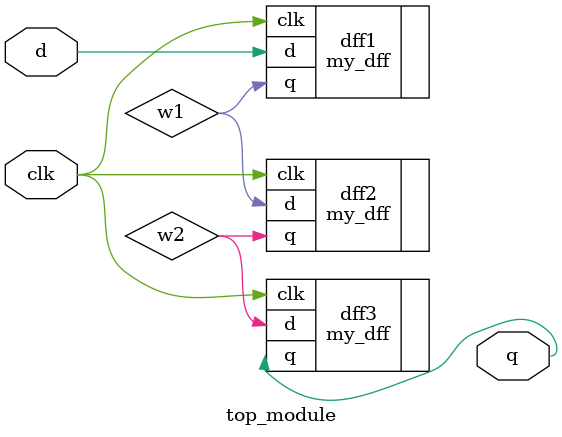
<source format=sv>
module top_module(
    input logic clk,
    input logic d,
    output logic q
);

    logic w1, w2;

    my_dff dff1(
        .clk(clk),
        .d(d),
        .q(w1)
    );

    my_dff dff2(
        .clk(clk),
        .d(w1),
        .q(w2)
    );

    my_dff dff3(
        .clk(clk),
        .d(w2),
        .q(q)
    );

endmodule

</source>
